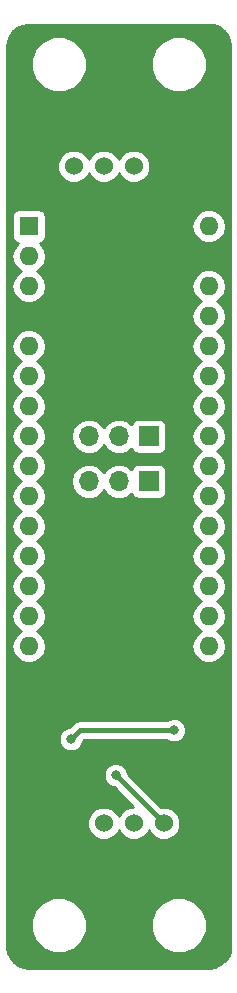
<source format=gbr>
G04 #@! TF.GenerationSoftware,KiCad,Pcbnew,(5.0.2)-1*
G04 #@! TF.CreationDate,2019-04-17T18:19:44-05:00*
G04 #@! TF.ProjectId,ArduinoNanoInterface_Hardware,41726475-696e-46f4-9e61-6e6f496e7465,rev?*
G04 #@! TF.SameCoordinates,Original*
G04 #@! TF.FileFunction,Copper,L2,Bot*
G04 #@! TF.FilePolarity,Positive*
%FSLAX46Y46*%
G04 Gerber Fmt 4.6, Leading zero omitted, Abs format (unit mm)*
G04 Created by KiCad (PCBNEW (5.0.2)-1) date 4/17/2019 6:19:44 PM*
%MOMM*%
%LPD*%
G01*
G04 APERTURE LIST*
G04 #@! TA.AperFunction,ComponentPad*
%ADD10O,1.700000X1.700000*%
G04 #@! TD*
G04 #@! TA.AperFunction,ComponentPad*
%ADD11R,1.700000X1.700000*%
G04 #@! TD*
G04 #@! TA.AperFunction,ComponentPad*
%ADD12R,1.600000X1.600000*%
G04 #@! TD*
G04 #@! TA.AperFunction,ComponentPad*
%ADD13O,1.600000X1.600000*%
G04 #@! TD*
G04 #@! TA.AperFunction,ComponentPad*
%ADD14C,1.524000*%
G04 #@! TD*
G04 #@! TA.AperFunction,ViaPad*
%ADD15C,0.800000*%
G04 #@! TD*
G04 #@! TA.AperFunction,Conductor*
%ADD16C,0.381000*%
G04 #@! TD*
G04 #@! TA.AperFunction,Conductor*
%ADD17C,0.254000*%
G04 #@! TD*
G04 APERTURE END LIST*
D10*
G04 #@! TO.P,JP1,3*
G04 #@! TO.N,SW_Rx*
X91440000Y-93980000D03*
G04 #@! TO.P,JP1,2*
G04 #@! TO.N,NanoRx*
X93980000Y-93980000D03*
D11*
G04 #@! TO.P,JP1,1*
G04 #@! TO.N,HW_Rx*
X96520000Y-93980000D03*
G04 #@! TD*
D10*
G04 #@! TO.P,JP2,3*
G04 #@! TO.N,SW_Tx*
X91440000Y-97790000D03*
G04 #@! TO.P,JP2,2*
G04 #@! TO.N,NanoTx*
X93980000Y-97790000D03*
D11*
G04 #@! TO.P,JP2,1*
G04 #@! TO.N,HW_Tx*
X96520000Y-97790000D03*
G04 #@! TD*
D12*
G04 #@! TO.P,A1,1*
G04 #@! TO.N,HW_Tx*
X86360000Y-76200000D03*
D13*
G04 #@! TO.P,A1,17*
G04 #@! TO.N,+3V3*
X101600000Y-109220000D03*
G04 #@! TO.P,A1,2*
G04 #@! TO.N,HW_Rx*
X86360000Y-78740000D03*
G04 #@! TO.P,A1,18*
G04 #@! TO.N,Net-(A1-Pad18)*
X101600000Y-106680000D03*
G04 #@! TO.P,A1,3*
G04 #@! TO.N,Net-(A1-Pad3)*
X86360000Y-81280000D03*
G04 #@! TO.P,A1,19*
G04 #@! TO.N,Net-(A1-Pad19)*
X101600000Y-104140000D03*
G04 #@! TO.P,A1,4*
G04 #@! TO.N,GND*
X86360000Y-83820000D03*
G04 #@! TO.P,A1,20*
G04 #@! TO.N,Net-(A1-Pad20)*
X101600000Y-101600000D03*
G04 #@! TO.P,A1,5*
G04 #@! TO.N,SW_Rx*
X86360000Y-86360000D03*
G04 #@! TO.P,A1,21*
G04 #@! TO.N,Net-(A1-Pad21)*
X101600000Y-99060000D03*
G04 #@! TO.P,A1,6*
G04 #@! TO.N,SW_Tx*
X86360000Y-88900000D03*
G04 #@! TO.P,A1,22*
G04 #@! TO.N,Net-(A1-Pad22)*
X101600000Y-96520000D03*
G04 #@! TO.P,A1,7*
G04 #@! TO.N,Net-(A1-Pad7)*
X86360000Y-91440000D03*
G04 #@! TO.P,A1,23*
G04 #@! TO.N,SDA*
X101600000Y-93980000D03*
G04 #@! TO.P,A1,8*
G04 #@! TO.N,Net-(A1-Pad8)*
X86360000Y-93980000D03*
G04 #@! TO.P,A1,24*
G04 #@! TO.N,SCL*
X101600000Y-91440000D03*
G04 #@! TO.P,A1,9*
G04 #@! TO.N,Net-(A1-Pad9)*
X86360000Y-96520000D03*
G04 #@! TO.P,A1,25*
G04 #@! TO.N,Net-(A1-Pad25)*
X101600000Y-88900000D03*
G04 #@! TO.P,A1,10*
G04 #@! TO.N,Net-(A1-Pad10)*
X86360000Y-99060000D03*
G04 #@! TO.P,A1,26*
G04 #@! TO.N,Net-(A1-Pad26)*
X101600000Y-86360000D03*
G04 #@! TO.P,A1,11*
G04 #@! TO.N,Net-(A1-Pad11)*
X86360000Y-101600000D03*
G04 #@! TO.P,A1,27*
G04 #@! TO.N,Net-(A1-Pad27)*
X101600000Y-83820000D03*
G04 #@! TO.P,A1,12*
G04 #@! TO.N,Net-(A1-Pad12)*
X86360000Y-104140000D03*
G04 #@! TO.P,A1,28*
G04 #@! TO.N,Net-(A1-Pad28)*
X101600000Y-81280000D03*
G04 #@! TO.P,A1,13*
G04 #@! TO.N,Net-(A1-Pad13)*
X86360000Y-106680000D03*
G04 #@! TO.P,A1,29*
G04 #@! TO.N,GND*
X101600000Y-78740000D03*
G04 #@! TO.P,A1,14*
G04 #@! TO.N,Net-(A1-Pad14)*
X86360000Y-109220000D03*
G04 #@! TO.P,A1,30*
G04 #@! TO.N,+5V*
X101600000Y-76200000D03*
G04 #@! TO.P,A1,15*
G04 #@! TO.N,Net-(A1-Pad15)*
X86360000Y-111760000D03*
G04 #@! TO.P,A1,16*
G04 #@! TO.N,Net-(A1-Pad16)*
X101600000Y-111760000D03*
G04 #@! TD*
D14*
G04 #@! TO.P,Conn1,4*
G04 #@! TO.N,GND*
X97790000Y-71120000D03*
G04 #@! TO.P,Conn1,3*
G04 #@! TO.N,SDA*
X95250000Y-71120000D03*
G04 #@! TO.P,Conn1,2*
G04 #@! TO.N,SCL*
X92710000Y-71120000D03*
G04 #@! TO.P,Conn1,1*
G04 #@! TO.N,+5V*
X90170000Y-71120000D03*
G04 #@! TD*
G04 #@! TO.P,Conn2,1*
G04 #@! TO.N,+5V*
X97790000Y-126746000D03*
G04 #@! TO.P,Conn2,2*
G04 #@! TO.N,Tx*
X95250000Y-126746000D03*
G04 #@! TO.P,Conn2,3*
G04 #@! TO.N,Rx*
X92710000Y-126746000D03*
G04 #@! TO.P,Conn2,4*
G04 #@! TO.N,GND*
X90170000Y-126746000D03*
G04 #@! TD*
D15*
G04 #@! TO.N,+3V3*
X98665000Y-118872000D03*
X89916000Y-119634000D03*
G04 #@! TO.N,GND*
X85090000Y-62230000D03*
X102870000Y-136144000D03*
X85090000Y-136144000D03*
G04 #@! TO.N,+5V*
X93726000Y-122682000D03*
G04 #@! TD*
D16*
G04 #@! TO.N,+3V3*
X98665000Y-118872000D02*
X90678000Y-118872000D01*
X90678000Y-118872000D02*
X89916000Y-119634000D01*
G04 #@! TO.N,+5V*
X97790000Y-126746000D02*
X93726000Y-122682000D01*
G04 #@! TD*
D17*
G04 #@! TO.N,GND*
G36*
X102053698Y-59192958D02*
X102478893Y-59361305D01*
X102848858Y-59630101D01*
X103140356Y-59982462D01*
X103335067Y-60396244D01*
X103427093Y-60878662D01*
X103430001Y-60971195D01*
X103430000Y-137115333D01*
X103367042Y-137613699D01*
X103198697Y-138038889D01*
X102929899Y-138408859D01*
X102577541Y-138700355D01*
X102163756Y-138895067D01*
X101681339Y-138987093D01*
X101588836Y-138990000D01*
X86404667Y-138990000D01*
X85906301Y-138927042D01*
X85481111Y-138758697D01*
X85111141Y-138489899D01*
X84819645Y-138137541D01*
X84624933Y-137723756D01*
X84532907Y-137241339D01*
X84530000Y-137148836D01*
X84530000Y-134912567D01*
X86540000Y-134912567D01*
X86540000Y-135851433D01*
X86899289Y-136718833D01*
X87563167Y-137382711D01*
X88430567Y-137742000D01*
X89369433Y-137742000D01*
X90236833Y-137382711D01*
X90900711Y-136718833D01*
X91260000Y-135851433D01*
X91260000Y-134912567D01*
X96700000Y-134912567D01*
X96700000Y-135851433D01*
X97059289Y-136718833D01*
X97723167Y-137382711D01*
X98590567Y-137742000D01*
X99529433Y-137742000D01*
X100396833Y-137382711D01*
X101060711Y-136718833D01*
X101420000Y-135851433D01*
X101420000Y-134912567D01*
X101060711Y-134045167D01*
X100396833Y-133381289D01*
X99529433Y-133022000D01*
X98590567Y-133022000D01*
X97723167Y-133381289D01*
X97059289Y-134045167D01*
X96700000Y-134912567D01*
X91260000Y-134912567D01*
X90900711Y-134045167D01*
X90236833Y-133381289D01*
X89369433Y-133022000D01*
X88430567Y-133022000D01*
X87563167Y-133381289D01*
X86899289Y-134045167D01*
X86540000Y-134912567D01*
X84530000Y-134912567D01*
X84530000Y-126468119D01*
X91313000Y-126468119D01*
X91313000Y-127023881D01*
X91525680Y-127537337D01*
X91918663Y-127930320D01*
X92432119Y-128143000D01*
X92987881Y-128143000D01*
X93501337Y-127930320D01*
X93894320Y-127537337D01*
X93980000Y-127330487D01*
X94065680Y-127537337D01*
X94458663Y-127930320D01*
X94972119Y-128143000D01*
X95527881Y-128143000D01*
X96041337Y-127930320D01*
X96434320Y-127537337D01*
X96520000Y-127330487D01*
X96605680Y-127537337D01*
X96998663Y-127930320D01*
X97512119Y-128143000D01*
X98067881Y-128143000D01*
X98581337Y-127930320D01*
X98974320Y-127537337D01*
X99187000Y-127023881D01*
X99187000Y-126468119D01*
X98974320Y-125954663D01*
X98581337Y-125561680D01*
X98067881Y-125349000D01*
X97560433Y-125349000D01*
X94761000Y-122549568D01*
X94761000Y-122476126D01*
X94603431Y-122095720D01*
X94312280Y-121804569D01*
X93931874Y-121647000D01*
X93520126Y-121647000D01*
X93139720Y-121804569D01*
X92848569Y-122095720D01*
X92691000Y-122476126D01*
X92691000Y-122887874D01*
X92848569Y-123268280D01*
X93139720Y-123559431D01*
X93520126Y-123717000D01*
X93593568Y-123717000D01*
X95225567Y-125349000D01*
X94972119Y-125349000D01*
X94458663Y-125561680D01*
X94065680Y-125954663D01*
X93980000Y-126161513D01*
X93894320Y-125954663D01*
X93501337Y-125561680D01*
X92987881Y-125349000D01*
X92432119Y-125349000D01*
X91918663Y-125561680D01*
X91525680Y-125954663D01*
X91313000Y-126468119D01*
X84530000Y-126468119D01*
X84530000Y-119428126D01*
X88881000Y-119428126D01*
X88881000Y-119839874D01*
X89038569Y-120220280D01*
X89329720Y-120511431D01*
X89710126Y-120669000D01*
X90121874Y-120669000D01*
X90502280Y-120511431D01*
X90793431Y-120220280D01*
X90951000Y-119839874D01*
X90951000Y-119766433D01*
X91019933Y-119697500D01*
X98026789Y-119697500D01*
X98078720Y-119749431D01*
X98459126Y-119907000D01*
X98870874Y-119907000D01*
X99251280Y-119749431D01*
X99542431Y-119458280D01*
X99700000Y-119077874D01*
X99700000Y-118666126D01*
X99542431Y-118285720D01*
X99251280Y-117994569D01*
X98870874Y-117837000D01*
X98459126Y-117837000D01*
X98078720Y-117994569D01*
X98026789Y-118046500D01*
X90759303Y-118046500D01*
X90678000Y-118030328D01*
X90355905Y-118094396D01*
X90219689Y-118185414D01*
X90082848Y-118276848D01*
X90036793Y-118345774D01*
X89783567Y-118599000D01*
X89710126Y-118599000D01*
X89329720Y-118756569D01*
X89038569Y-119047720D01*
X88881000Y-119428126D01*
X84530000Y-119428126D01*
X84530000Y-86360000D01*
X84896887Y-86360000D01*
X85008260Y-86919909D01*
X85325423Y-87394577D01*
X85677758Y-87630000D01*
X85325423Y-87865423D01*
X85008260Y-88340091D01*
X84896887Y-88900000D01*
X85008260Y-89459909D01*
X85325423Y-89934577D01*
X85677758Y-90170000D01*
X85325423Y-90405423D01*
X85008260Y-90880091D01*
X84896887Y-91440000D01*
X85008260Y-91999909D01*
X85325423Y-92474577D01*
X85677758Y-92710000D01*
X85325423Y-92945423D01*
X85008260Y-93420091D01*
X84896887Y-93980000D01*
X85008260Y-94539909D01*
X85325423Y-95014577D01*
X85677758Y-95250000D01*
X85325423Y-95485423D01*
X85008260Y-95960091D01*
X84896887Y-96520000D01*
X85008260Y-97079909D01*
X85325423Y-97554577D01*
X85677758Y-97790000D01*
X85325423Y-98025423D01*
X85008260Y-98500091D01*
X84896887Y-99060000D01*
X85008260Y-99619909D01*
X85325423Y-100094577D01*
X85677758Y-100330000D01*
X85325423Y-100565423D01*
X85008260Y-101040091D01*
X84896887Y-101600000D01*
X85008260Y-102159909D01*
X85325423Y-102634577D01*
X85677758Y-102870000D01*
X85325423Y-103105423D01*
X85008260Y-103580091D01*
X84896887Y-104140000D01*
X85008260Y-104699909D01*
X85325423Y-105174577D01*
X85677758Y-105410000D01*
X85325423Y-105645423D01*
X85008260Y-106120091D01*
X84896887Y-106680000D01*
X85008260Y-107239909D01*
X85325423Y-107714577D01*
X85677758Y-107950000D01*
X85325423Y-108185423D01*
X85008260Y-108660091D01*
X84896887Y-109220000D01*
X85008260Y-109779909D01*
X85325423Y-110254577D01*
X85677758Y-110490000D01*
X85325423Y-110725423D01*
X85008260Y-111200091D01*
X84896887Y-111760000D01*
X85008260Y-112319909D01*
X85325423Y-112794577D01*
X85800091Y-113111740D01*
X86218667Y-113195000D01*
X86501333Y-113195000D01*
X86919909Y-113111740D01*
X87394577Y-112794577D01*
X87711740Y-112319909D01*
X87823113Y-111760000D01*
X87711740Y-111200091D01*
X87394577Y-110725423D01*
X87042242Y-110490000D01*
X87394577Y-110254577D01*
X87711740Y-109779909D01*
X87823113Y-109220000D01*
X87711740Y-108660091D01*
X87394577Y-108185423D01*
X87042242Y-107950000D01*
X87394577Y-107714577D01*
X87711740Y-107239909D01*
X87823113Y-106680000D01*
X87711740Y-106120091D01*
X87394577Y-105645423D01*
X87042242Y-105410000D01*
X87394577Y-105174577D01*
X87711740Y-104699909D01*
X87823113Y-104140000D01*
X87711740Y-103580091D01*
X87394577Y-103105423D01*
X87042242Y-102870000D01*
X87394577Y-102634577D01*
X87711740Y-102159909D01*
X87823113Y-101600000D01*
X87711740Y-101040091D01*
X87394577Y-100565423D01*
X87042242Y-100330000D01*
X87394577Y-100094577D01*
X87711740Y-99619909D01*
X87823113Y-99060000D01*
X87711740Y-98500091D01*
X87394577Y-98025423D01*
X87042242Y-97790000D01*
X89925908Y-97790000D01*
X90041161Y-98369418D01*
X90369375Y-98860625D01*
X90860582Y-99188839D01*
X91293744Y-99275000D01*
X91586256Y-99275000D01*
X92019418Y-99188839D01*
X92510625Y-98860625D01*
X92710000Y-98562239D01*
X92909375Y-98860625D01*
X93400582Y-99188839D01*
X93833744Y-99275000D01*
X94126256Y-99275000D01*
X94559418Y-99188839D01*
X95050625Y-98860625D01*
X95062816Y-98842381D01*
X95071843Y-98887765D01*
X95212191Y-99097809D01*
X95422235Y-99238157D01*
X95670000Y-99287440D01*
X97370000Y-99287440D01*
X97617765Y-99238157D01*
X97827809Y-99097809D01*
X97968157Y-98887765D01*
X98017440Y-98640000D01*
X98017440Y-96940000D01*
X97968157Y-96692235D01*
X97827809Y-96482191D01*
X97617765Y-96341843D01*
X97370000Y-96292560D01*
X95670000Y-96292560D01*
X95422235Y-96341843D01*
X95212191Y-96482191D01*
X95071843Y-96692235D01*
X95062816Y-96737619D01*
X95050625Y-96719375D01*
X94559418Y-96391161D01*
X94126256Y-96305000D01*
X93833744Y-96305000D01*
X93400582Y-96391161D01*
X92909375Y-96719375D01*
X92710000Y-97017761D01*
X92510625Y-96719375D01*
X92019418Y-96391161D01*
X91586256Y-96305000D01*
X91293744Y-96305000D01*
X90860582Y-96391161D01*
X90369375Y-96719375D01*
X90041161Y-97210582D01*
X89925908Y-97790000D01*
X87042242Y-97790000D01*
X87394577Y-97554577D01*
X87711740Y-97079909D01*
X87823113Y-96520000D01*
X87711740Y-95960091D01*
X87394577Y-95485423D01*
X87042242Y-95250000D01*
X87394577Y-95014577D01*
X87711740Y-94539909D01*
X87823113Y-93980000D01*
X89925908Y-93980000D01*
X90041161Y-94559418D01*
X90369375Y-95050625D01*
X90860582Y-95378839D01*
X91293744Y-95465000D01*
X91586256Y-95465000D01*
X92019418Y-95378839D01*
X92510625Y-95050625D01*
X92710000Y-94752239D01*
X92909375Y-95050625D01*
X93400582Y-95378839D01*
X93833744Y-95465000D01*
X94126256Y-95465000D01*
X94559418Y-95378839D01*
X95050625Y-95050625D01*
X95062816Y-95032381D01*
X95071843Y-95077765D01*
X95212191Y-95287809D01*
X95422235Y-95428157D01*
X95670000Y-95477440D01*
X97370000Y-95477440D01*
X97617765Y-95428157D01*
X97827809Y-95287809D01*
X97968157Y-95077765D01*
X98017440Y-94830000D01*
X98017440Y-93130000D01*
X97968157Y-92882235D01*
X97827809Y-92672191D01*
X97617765Y-92531843D01*
X97370000Y-92482560D01*
X95670000Y-92482560D01*
X95422235Y-92531843D01*
X95212191Y-92672191D01*
X95071843Y-92882235D01*
X95062816Y-92927619D01*
X95050625Y-92909375D01*
X94559418Y-92581161D01*
X94126256Y-92495000D01*
X93833744Y-92495000D01*
X93400582Y-92581161D01*
X92909375Y-92909375D01*
X92710000Y-93207761D01*
X92510625Y-92909375D01*
X92019418Y-92581161D01*
X91586256Y-92495000D01*
X91293744Y-92495000D01*
X90860582Y-92581161D01*
X90369375Y-92909375D01*
X90041161Y-93400582D01*
X89925908Y-93980000D01*
X87823113Y-93980000D01*
X87711740Y-93420091D01*
X87394577Y-92945423D01*
X87042242Y-92710000D01*
X87394577Y-92474577D01*
X87711740Y-91999909D01*
X87823113Y-91440000D01*
X87711740Y-90880091D01*
X87394577Y-90405423D01*
X87042242Y-90170000D01*
X87394577Y-89934577D01*
X87711740Y-89459909D01*
X87823113Y-88900000D01*
X87711740Y-88340091D01*
X87394577Y-87865423D01*
X87042242Y-87630000D01*
X87394577Y-87394577D01*
X87711740Y-86919909D01*
X87823113Y-86360000D01*
X87711740Y-85800091D01*
X87394577Y-85325423D01*
X86919909Y-85008260D01*
X86501333Y-84925000D01*
X86218667Y-84925000D01*
X85800091Y-85008260D01*
X85325423Y-85325423D01*
X85008260Y-85800091D01*
X84896887Y-86360000D01*
X84530000Y-86360000D01*
X84530000Y-78740000D01*
X84896887Y-78740000D01*
X85008260Y-79299909D01*
X85325423Y-79774577D01*
X85677758Y-80010000D01*
X85325423Y-80245423D01*
X85008260Y-80720091D01*
X84896887Y-81280000D01*
X85008260Y-81839909D01*
X85325423Y-82314577D01*
X85800091Y-82631740D01*
X86218667Y-82715000D01*
X86501333Y-82715000D01*
X86919909Y-82631740D01*
X87394577Y-82314577D01*
X87711740Y-81839909D01*
X87823113Y-81280000D01*
X100136887Y-81280000D01*
X100248260Y-81839909D01*
X100565423Y-82314577D01*
X100917758Y-82550000D01*
X100565423Y-82785423D01*
X100248260Y-83260091D01*
X100136887Y-83820000D01*
X100248260Y-84379909D01*
X100565423Y-84854577D01*
X100917758Y-85090000D01*
X100565423Y-85325423D01*
X100248260Y-85800091D01*
X100136887Y-86360000D01*
X100248260Y-86919909D01*
X100565423Y-87394577D01*
X100917758Y-87630000D01*
X100565423Y-87865423D01*
X100248260Y-88340091D01*
X100136887Y-88900000D01*
X100248260Y-89459909D01*
X100565423Y-89934577D01*
X100917758Y-90170000D01*
X100565423Y-90405423D01*
X100248260Y-90880091D01*
X100136887Y-91440000D01*
X100248260Y-91999909D01*
X100565423Y-92474577D01*
X100917758Y-92710000D01*
X100565423Y-92945423D01*
X100248260Y-93420091D01*
X100136887Y-93980000D01*
X100248260Y-94539909D01*
X100565423Y-95014577D01*
X100917758Y-95250000D01*
X100565423Y-95485423D01*
X100248260Y-95960091D01*
X100136887Y-96520000D01*
X100248260Y-97079909D01*
X100565423Y-97554577D01*
X100917758Y-97790000D01*
X100565423Y-98025423D01*
X100248260Y-98500091D01*
X100136887Y-99060000D01*
X100248260Y-99619909D01*
X100565423Y-100094577D01*
X100917758Y-100330000D01*
X100565423Y-100565423D01*
X100248260Y-101040091D01*
X100136887Y-101600000D01*
X100248260Y-102159909D01*
X100565423Y-102634577D01*
X100917758Y-102870000D01*
X100565423Y-103105423D01*
X100248260Y-103580091D01*
X100136887Y-104140000D01*
X100248260Y-104699909D01*
X100565423Y-105174577D01*
X100917758Y-105410000D01*
X100565423Y-105645423D01*
X100248260Y-106120091D01*
X100136887Y-106680000D01*
X100248260Y-107239909D01*
X100565423Y-107714577D01*
X100917758Y-107950000D01*
X100565423Y-108185423D01*
X100248260Y-108660091D01*
X100136887Y-109220000D01*
X100248260Y-109779909D01*
X100565423Y-110254577D01*
X100917758Y-110490000D01*
X100565423Y-110725423D01*
X100248260Y-111200091D01*
X100136887Y-111760000D01*
X100248260Y-112319909D01*
X100565423Y-112794577D01*
X101040091Y-113111740D01*
X101458667Y-113195000D01*
X101741333Y-113195000D01*
X102159909Y-113111740D01*
X102634577Y-112794577D01*
X102951740Y-112319909D01*
X103063113Y-111760000D01*
X102951740Y-111200091D01*
X102634577Y-110725423D01*
X102282242Y-110490000D01*
X102634577Y-110254577D01*
X102951740Y-109779909D01*
X103063113Y-109220000D01*
X102951740Y-108660091D01*
X102634577Y-108185423D01*
X102282242Y-107950000D01*
X102634577Y-107714577D01*
X102951740Y-107239909D01*
X103063113Y-106680000D01*
X102951740Y-106120091D01*
X102634577Y-105645423D01*
X102282242Y-105410000D01*
X102634577Y-105174577D01*
X102951740Y-104699909D01*
X103063113Y-104140000D01*
X102951740Y-103580091D01*
X102634577Y-103105423D01*
X102282242Y-102870000D01*
X102634577Y-102634577D01*
X102951740Y-102159909D01*
X103063113Y-101600000D01*
X102951740Y-101040091D01*
X102634577Y-100565423D01*
X102282242Y-100330000D01*
X102634577Y-100094577D01*
X102951740Y-99619909D01*
X103063113Y-99060000D01*
X102951740Y-98500091D01*
X102634577Y-98025423D01*
X102282242Y-97790000D01*
X102634577Y-97554577D01*
X102951740Y-97079909D01*
X103063113Y-96520000D01*
X102951740Y-95960091D01*
X102634577Y-95485423D01*
X102282242Y-95250000D01*
X102634577Y-95014577D01*
X102951740Y-94539909D01*
X103063113Y-93980000D01*
X102951740Y-93420091D01*
X102634577Y-92945423D01*
X102282242Y-92710000D01*
X102634577Y-92474577D01*
X102951740Y-91999909D01*
X103063113Y-91440000D01*
X102951740Y-90880091D01*
X102634577Y-90405423D01*
X102282242Y-90170000D01*
X102634577Y-89934577D01*
X102951740Y-89459909D01*
X103063113Y-88900000D01*
X102951740Y-88340091D01*
X102634577Y-87865423D01*
X102282242Y-87630000D01*
X102634577Y-87394577D01*
X102951740Y-86919909D01*
X103063113Y-86360000D01*
X102951740Y-85800091D01*
X102634577Y-85325423D01*
X102282242Y-85090000D01*
X102634577Y-84854577D01*
X102951740Y-84379909D01*
X103063113Y-83820000D01*
X102951740Y-83260091D01*
X102634577Y-82785423D01*
X102282242Y-82550000D01*
X102634577Y-82314577D01*
X102951740Y-81839909D01*
X103063113Y-81280000D01*
X102951740Y-80720091D01*
X102634577Y-80245423D01*
X102159909Y-79928260D01*
X101741333Y-79845000D01*
X101458667Y-79845000D01*
X101040091Y-79928260D01*
X100565423Y-80245423D01*
X100248260Y-80720091D01*
X100136887Y-81280000D01*
X87823113Y-81280000D01*
X87711740Y-80720091D01*
X87394577Y-80245423D01*
X87042242Y-80010000D01*
X87394577Y-79774577D01*
X87711740Y-79299909D01*
X87823113Y-78740000D01*
X87711740Y-78180091D01*
X87394577Y-77705423D01*
X87273894Y-77624785D01*
X87407765Y-77598157D01*
X87617809Y-77457809D01*
X87758157Y-77247765D01*
X87807440Y-77000000D01*
X87807440Y-76200000D01*
X100136887Y-76200000D01*
X100248260Y-76759909D01*
X100565423Y-77234577D01*
X101040091Y-77551740D01*
X101458667Y-77635000D01*
X101741333Y-77635000D01*
X102159909Y-77551740D01*
X102634577Y-77234577D01*
X102951740Y-76759909D01*
X103063113Y-76200000D01*
X102951740Y-75640091D01*
X102634577Y-75165423D01*
X102159909Y-74848260D01*
X101741333Y-74765000D01*
X101458667Y-74765000D01*
X101040091Y-74848260D01*
X100565423Y-75165423D01*
X100248260Y-75640091D01*
X100136887Y-76200000D01*
X87807440Y-76200000D01*
X87807440Y-75400000D01*
X87758157Y-75152235D01*
X87617809Y-74942191D01*
X87407765Y-74801843D01*
X87160000Y-74752560D01*
X85560000Y-74752560D01*
X85312235Y-74801843D01*
X85102191Y-74942191D01*
X84961843Y-75152235D01*
X84912560Y-75400000D01*
X84912560Y-77000000D01*
X84961843Y-77247765D01*
X85102191Y-77457809D01*
X85312235Y-77598157D01*
X85446106Y-77624785D01*
X85325423Y-77705423D01*
X85008260Y-78180091D01*
X84896887Y-78740000D01*
X84530000Y-78740000D01*
X84530000Y-70842119D01*
X88773000Y-70842119D01*
X88773000Y-71397881D01*
X88985680Y-71911337D01*
X89378663Y-72304320D01*
X89892119Y-72517000D01*
X90447881Y-72517000D01*
X90961337Y-72304320D01*
X91354320Y-71911337D01*
X91440000Y-71704487D01*
X91525680Y-71911337D01*
X91918663Y-72304320D01*
X92432119Y-72517000D01*
X92987881Y-72517000D01*
X93501337Y-72304320D01*
X93894320Y-71911337D01*
X93980000Y-71704487D01*
X94065680Y-71911337D01*
X94458663Y-72304320D01*
X94972119Y-72517000D01*
X95527881Y-72517000D01*
X96041337Y-72304320D01*
X96434320Y-71911337D01*
X96647000Y-71397881D01*
X96647000Y-70842119D01*
X96434320Y-70328663D01*
X96041337Y-69935680D01*
X95527881Y-69723000D01*
X94972119Y-69723000D01*
X94458663Y-69935680D01*
X94065680Y-70328663D01*
X93980000Y-70535513D01*
X93894320Y-70328663D01*
X93501337Y-69935680D01*
X92987881Y-69723000D01*
X92432119Y-69723000D01*
X91918663Y-69935680D01*
X91525680Y-70328663D01*
X91440000Y-70535513D01*
X91354320Y-70328663D01*
X90961337Y-69935680D01*
X90447881Y-69723000D01*
X89892119Y-69723000D01*
X89378663Y-69935680D01*
X88985680Y-70328663D01*
X88773000Y-70842119D01*
X84530000Y-70842119D01*
X84530000Y-62014567D01*
X86540000Y-62014567D01*
X86540000Y-62953433D01*
X86899289Y-63820833D01*
X87563167Y-64484711D01*
X88430567Y-64844000D01*
X89369433Y-64844000D01*
X90236833Y-64484711D01*
X90900711Y-63820833D01*
X91260000Y-62953433D01*
X91260000Y-62014567D01*
X96700000Y-62014567D01*
X96700000Y-62953433D01*
X97059289Y-63820833D01*
X97723167Y-64484711D01*
X98590567Y-64844000D01*
X99529433Y-64844000D01*
X100396833Y-64484711D01*
X101060711Y-63820833D01*
X101420000Y-62953433D01*
X101420000Y-62014567D01*
X101060711Y-61147167D01*
X100396833Y-60483289D01*
X99529433Y-60124000D01*
X98590567Y-60124000D01*
X97723167Y-60483289D01*
X97059289Y-61147167D01*
X96700000Y-62014567D01*
X91260000Y-62014567D01*
X90900711Y-61147167D01*
X90236833Y-60483289D01*
X89369433Y-60124000D01*
X88430567Y-60124000D01*
X87563167Y-60483289D01*
X86899289Y-61147167D01*
X86540000Y-62014567D01*
X84530000Y-62014567D01*
X84530000Y-61004666D01*
X84592958Y-60506302D01*
X84761305Y-60081107D01*
X85030101Y-59711142D01*
X85382462Y-59419644D01*
X85796244Y-59224933D01*
X86278662Y-59132907D01*
X86371164Y-59130000D01*
X101555334Y-59130000D01*
X102053698Y-59192958D01*
X102053698Y-59192958D01*
G37*
X102053698Y-59192958D02*
X102478893Y-59361305D01*
X102848858Y-59630101D01*
X103140356Y-59982462D01*
X103335067Y-60396244D01*
X103427093Y-60878662D01*
X103430001Y-60971195D01*
X103430000Y-137115333D01*
X103367042Y-137613699D01*
X103198697Y-138038889D01*
X102929899Y-138408859D01*
X102577541Y-138700355D01*
X102163756Y-138895067D01*
X101681339Y-138987093D01*
X101588836Y-138990000D01*
X86404667Y-138990000D01*
X85906301Y-138927042D01*
X85481111Y-138758697D01*
X85111141Y-138489899D01*
X84819645Y-138137541D01*
X84624933Y-137723756D01*
X84532907Y-137241339D01*
X84530000Y-137148836D01*
X84530000Y-134912567D01*
X86540000Y-134912567D01*
X86540000Y-135851433D01*
X86899289Y-136718833D01*
X87563167Y-137382711D01*
X88430567Y-137742000D01*
X89369433Y-137742000D01*
X90236833Y-137382711D01*
X90900711Y-136718833D01*
X91260000Y-135851433D01*
X91260000Y-134912567D01*
X96700000Y-134912567D01*
X96700000Y-135851433D01*
X97059289Y-136718833D01*
X97723167Y-137382711D01*
X98590567Y-137742000D01*
X99529433Y-137742000D01*
X100396833Y-137382711D01*
X101060711Y-136718833D01*
X101420000Y-135851433D01*
X101420000Y-134912567D01*
X101060711Y-134045167D01*
X100396833Y-133381289D01*
X99529433Y-133022000D01*
X98590567Y-133022000D01*
X97723167Y-133381289D01*
X97059289Y-134045167D01*
X96700000Y-134912567D01*
X91260000Y-134912567D01*
X90900711Y-134045167D01*
X90236833Y-133381289D01*
X89369433Y-133022000D01*
X88430567Y-133022000D01*
X87563167Y-133381289D01*
X86899289Y-134045167D01*
X86540000Y-134912567D01*
X84530000Y-134912567D01*
X84530000Y-126468119D01*
X91313000Y-126468119D01*
X91313000Y-127023881D01*
X91525680Y-127537337D01*
X91918663Y-127930320D01*
X92432119Y-128143000D01*
X92987881Y-128143000D01*
X93501337Y-127930320D01*
X93894320Y-127537337D01*
X93980000Y-127330487D01*
X94065680Y-127537337D01*
X94458663Y-127930320D01*
X94972119Y-128143000D01*
X95527881Y-128143000D01*
X96041337Y-127930320D01*
X96434320Y-127537337D01*
X96520000Y-127330487D01*
X96605680Y-127537337D01*
X96998663Y-127930320D01*
X97512119Y-128143000D01*
X98067881Y-128143000D01*
X98581337Y-127930320D01*
X98974320Y-127537337D01*
X99187000Y-127023881D01*
X99187000Y-126468119D01*
X98974320Y-125954663D01*
X98581337Y-125561680D01*
X98067881Y-125349000D01*
X97560433Y-125349000D01*
X94761000Y-122549568D01*
X94761000Y-122476126D01*
X94603431Y-122095720D01*
X94312280Y-121804569D01*
X93931874Y-121647000D01*
X93520126Y-121647000D01*
X93139720Y-121804569D01*
X92848569Y-122095720D01*
X92691000Y-122476126D01*
X92691000Y-122887874D01*
X92848569Y-123268280D01*
X93139720Y-123559431D01*
X93520126Y-123717000D01*
X93593568Y-123717000D01*
X95225567Y-125349000D01*
X94972119Y-125349000D01*
X94458663Y-125561680D01*
X94065680Y-125954663D01*
X93980000Y-126161513D01*
X93894320Y-125954663D01*
X93501337Y-125561680D01*
X92987881Y-125349000D01*
X92432119Y-125349000D01*
X91918663Y-125561680D01*
X91525680Y-125954663D01*
X91313000Y-126468119D01*
X84530000Y-126468119D01*
X84530000Y-119428126D01*
X88881000Y-119428126D01*
X88881000Y-119839874D01*
X89038569Y-120220280D01*
X89329720Y-120511431D01*
X89710126Y-120669000D01*
X90121874Y-120669000D01*
X90502280Y-120511431D01*
X90793431Y-120220280D01*
X90951000Y-119839874D01*
X90951000Y-119766433D01*
X91019933Y-119697500D01*
X98026789Y-119697500D01*
X98078720Y-119749431D01*
X98459126Y-119907000D01*
X98870874Y-119907000D01*
X99251280Y-119749431D01*
X99542431Y-119458280D01*
X99700000Y-119077874D01*
X99700000Y-118666126D01*
X99542431Y-118285720D01*
X99251280Y-117994569D01*
X98870874Y-117837000D01*
X98459126Y-117837000D01*
X98078720Y-117994569D01*
X98026789Y-118046500D01*
X90759303Y-118046500D01*
X90678000Y-118030328D01*
X90355905Y-118094396D01*
X90219689Y-118185414D01*
X90082848Y-118276848D01*
X90036793Y-118345774D01*
X89783567Y-118599000D01*
X89710126Y-118599000D01*
X89329720Y-118756569D01*
X89038569Y-119047720D01*
X88881000Y-119428126D01*
X84530000Y-119428126D01*
X84530000Y-86360000D01*
X84896887Y-86360000D01*
X85008260Y-86919909D01*
X85325423Y-87394577D01*
X85677758Y-87630000D01*
X85325423Y-87865423D01*
X85008260Y-88340091D01*
X84896887Y-88900000D01*
X85008260Y-89459909D01*
X85325423Y-89934577D01*
X85677758Y-90170000D01*
X85325423Y-90405423D01*
X85008260Y-90880091D01*
X84896887Y-91440000D01*
X85008260Y-91999909D01*
X85325423Y-92474577D01*
X85677758Y-92710000D01*
X85325423Y-92945423D01*
X85008260Y-93420091D01*
X84896887Y-93980000D01*
X85008260Y-94539909D01*
X85325423Y-95014577D01*
X85677758Y-95250000D01*
X85325423Y-95485423D01*
X85008260Y-95960091D01*
X84896887Y-96520000D01*
X85008260Y-97079909D01*
X85325423Y-97554577D01*
X85677758Y-97790000D01*
X85325423Y-98025423D01*
X85008260Y-98500091D01*
X84896887Y-99060000D01*
X85008260Y-99619909D01*
X85325423Y-100094577D01*
X85677758Y-100330000D01*
X85325423Y-100565423D01*
X85008260Y-101040091D01*
X84896887Y-101600000D01*
X85008260Y-102159909D01*
X85325423Y-102634577D01*
X85677758Y-102870000D01*
X85325423Y-103105423D01*
X85008260Y-103580091D01*
X84896887Y-104140000D01*
X85008260Y-104699909D01*
X85325423Y-105174577D01*
X85677758Y-105410000D01*
X85325423Y-105645423D01*
X85008260Y-106120091D01*
X84896887Y-106680000D01*
X85008260Y-107239909D01*
X85325423Y-107714577D01*
X85677758Y-107950000D01*
X85325423Y-108185423D01*
X85008260Y-108660091D01*
X84896887Y-109220000D01*
X85008260Y-109779909D01*
X85325423Y-110254577D01*
X85677758Y-110490000D01*
X85325423Y-110725423D01*
X85008260Y-111200091D01*
X84896887Y-111760000D01*
X85008260Y-112319909D01*
X85325423Y-112794577D01*
X85800091Y-113111740D01*
X86218667Y-113195000D01*
X86501333Y-113195000D01*
X86919909Y-113111740D01*
X87394577Y-112794577D01*
X87711740Y-112319909D01*
X87823113Y-111760000D01*
X87711740Y-111200091D01*
X87394577Y-110725423D01*
X87042242Y-110490000D01*
X87394577Y-110254577D01*
X87711740Y-109779909D01*
X87823113Y-109220000D01*
X87711740Y-108660091D01*
X87394577Y-108185423D01*
X87042242Y-107950000D01*
X87394577Y-107714577D01*
X87711740Y-107239909D01*
X87823113Y-106680000D01*
X87711740Y-106120091D01*
X87394577Y-105645423D01*
X87042242Y-105410000D01*
X87394577Y-105174577D01*
X87711740Y-104699909D01*
X87823113Y-104140000D01*
X87711740Y-103580091D01*
X87394577Y-103105423D01*
X87042242Y-102870000D01*
X87394577Y-102634577D01*
X87711740Y-102159909D01*
X87823113Y-101600000D01*
X87711740Y-101040091D01*
X87394577Y-100565423D01*
X87042242Y-100330000D01*
X87394577Y-100094577D01*
X87711740Y-99619909D01*
X87823113Y-99060000D01*
X87711740Y-98500091D01*
X87394577Y-98025423D01*
X87042242Y-97790000D01*
X89925908Y-97790000D01*
X90041161Y-98369418D01*
X90369375Y-98860625D01*
X90860582Y-99188839D01*
X91293744Y-99275000D01*
X91586256Y-99275000D01*
X92019418Y-99188839D01*
X92510625Y-98860625D01*
X92710000Y-98562239D01*
X92909375Y-98860625D01*
X93400582Y-99188839D01*
X93833744Y-99275000D01*
X94126256Y-99275000D01*
X94559418Y-99188839D01*
X95050625Y-98860625D01*
X95062816Y-98842381D01*
X95071843Y-98887765D01*
X95212191Y-99097809D01*
X95422235Y-99238157D01*
X95670000Y-99287440D01*
X97370000Y-99287440D01*
X97617765Y-99238157D01*
X97827809Y-99097809D01*
X97968157Y-98887765D01*
X98017440Y-98640000D01*
X98017440Y-96940000D01*
X97968157Y-96692235D01*
X97827809Y-96482191D01*
X97617765Y-96341843D01*
X97370000Y-96292560D01*
X95670000Y-96292560D01*
X95422235Y-96341843D01*
X95212191Y-96482191D01*
X95071843Y-96692235D01*
X95062816Y-96737619D01*
X95050625Y-96719375D01*
X94559418Y-96391161D01*
X94126256Y-96305000D01*
X93833744Y-96305000D01*
X93400582Y-96391161D01*
X92909375Y-96719375D01*
X92710000Y-97017761D01*
X92510625Y-96719375D01*
X92019418Y-96391161D01*
X91586256Y-96305000D01*
X91293744Y-96305000D01*
X90860582Y-96391161D01*
X90369375Y-96719375D01*
X90041161Y-97210582D01*
X89925908Y-97790000D01*
X87042242Y-97790000D01*
X87394577Y-97554577D01*
X87711740Y-97079909D01*
X87823113Y-96520000D01*
X87711740Y-95960091D01*
X87394577Y-95485423D01*
X87042242Y-95250000D01*
X87394577Y-95014577D01*
X87711740Y-94539909D01*
X87823113Y-93980000D01*
X89925908Y-93980000D01*
X90041161Y-94559418D01*
X90369375Y-95050625D01*
X90860582Y-95378839D01*
X91293744Y-95465000D01*
X91586256Y-95465000D01*
X92019418Y-95378839D01*
X92510625Y-95050625D01*
X92710000Y-94752239D01*
X92909375Y-95050625D01*
X93400582Y-95378839D01*
X93833744Y-95465000D01*
X94126256Y-95465000D01*
X94559418Y-95378839D01*
X95050625Y-95050625D01*
X95062816Y-95032381D01*
X95071843Y-95077765D01*
X95212191Y-95287809D01*
X95422235Y-95428157D01*
X95670000Y-95477440D01*
X97370000Y-95477440D01*
X97617765Y-95428157D01*
X97827809Y-95287809D01*
X97968157Y-95077765D01*
X98017440Y-94830000D01*
X98017440Y-93130000D01*
X97968157Y-92882235D01*
X97827809Y-92672191D01*
X97617765Y-92531843D01*
X97370000Y-92482560D01*
X95670000Y-92482560D01*
X95422235Y-92531843D01*
X95212191Y-92672191D01*
X95071843Y-92882235D01*
X95062816Y-92927619D01*
X95050625Y-92909375D01*
X94559418Y-92581161D01*
X94126256Y-92495000D01*
X93833744Y-92495000D01*
X93400582Y-92581161D01*
X92909375Y-92909375D01*
X92710000Y-93207761D01*
X92510625Y-92909375D01*
X92019418Y-92581161D01*
X91586256Y-92495000D01*
X91293744Y-92495000D01*
X90860582Y-92581161D01*
X90369375Y-92909375D01*
X90041161Y-93400582D01*
X89925908Y-93980000D01*
X87823113Y-93980000D01*
X87711740Y-93420091D01*
X87394577Y-92945423D01*
X87042242Y-92710000D01*
X87394577Y-92474577D01*
X87711740Y-91999909D01*
X87823113Y-91440000D01*
X87711740Y-90880091D01*
X87394577Y-90405423D01*
X87042242Y-90170000D01*
X87394577Y-89934577D01*
X87711740Y-89459909D01*
X87823113Y-88900000D01*
X87711740Y-88340091D01*
X87394577Y-87865423D01*
X87042242Y-87630000D01*
X87394577Y-87394577D01*
X87711740Y-86919909D01*
X87823113Y-86360000D01*
X87711740Y-85800091D01*
X87394577Y-85325423D01*
X86919909Y-85008260D01*
X86501333Y-84925000D01*
X86218667Y-84925000D01*
X85800091Y-85008260D01*
X85325423Y-85325423D01*
X85008260Y-85800091D01*
X84896887Y-86360000D01*
X84530000Y-86360000D01*
X84530000Y-78740000D01*
X84896887Y-78740000D01*
X85008260Y-79299909D01*
X85325423Y-79774577D01*
X85677758Y-80010000D01*
X85325423Y-80245423D01*
X85008260Y-80720091D01*
X84896887Y-81280000D01*
X85008260Y-81839909D01*
X85325423Y-82314577D01*
X85800091Y-82631740D01*
X86218667Y-82715000D01*
X86501333Y-82715000D01*
X86919909Y-82631740D01*
X87394577Y-82314577D01*
X87711740Y-81839909D01*
X87823113Y-81280000D01*
X100136887Y-81280000D01*
X100248260Y-81839909D01*
X100565423Y-82314577D01*
X100917758Y-82550000D01*
X100565423Y-82785423D01*
X100248260Y-83260091D01*
X100136887Y-83820000D01*
X100248260Y-84379909D01*
X100565423Y-84854577D01*
X100917758Y-85090000D01*
X100565423Y-85325423D01*
X100248260Y-85800091D01*
X100136887Y-86360000D01*
X100248260Y-86919909D01*
X100565423Y-87394577D01*
X100917758Y-87630000D01*
X100565423Y-87865423D01*
X100248260Y-88340091D01*
X100136887Y-88900000D01*
X100248260Y-89459909D01*
X100565423Y-89934577D01*
X100917758Y-90170000D01*
X100565423Y-90405423D01*
X100248260Y-90880091D01*
X100136887Y-91440000D01*
X100248260Y-91999909D01*
X100565423Y-92474577D01*
X100917758Y-92710000D01*
X100565423Y-92945423D01*
X100248260Y-93420091D01*
X100136887Y-93980000D01*
X100248260Y-94539909D01*
X100565423Y-95014577D01*
X100917758Y-95250000D01*
X100565423Y-95485423D01*
X100248260Y-95960091D01*
X100136887Y-96520000D01*
X100248260Y-97079909D01*
X100565423Y-97554577D01*
X100917758Y-97790000D01*
X100565423Y-98025423D01*
X100248260Y-98500091D01*
X100136887Y-99060000D01*
X100248260Y-99619909D01*
X100565423Y-100094577D01*
X100917758Y-100330000D01*
X100565423Y-100565423D01*
X100248260Y-101040091D01*
X100136887Y-101600000D01*
X100248260Y-102159909D01*
X100565423Y-102634577D01*
X100917758Y-102870000D01*
X100565423Y-103105423D01*
X100248260Y-103580091D01*
X100136887Y-104140000D01*
X100248260Y-104699909D01*
X100565423Y-105174577D01*
X100917758Y-105410000D01*
X100565423Y-105645423D01*
X100248260Y-106120091D01*
X100136887Y-106680000D01*
X100248260Y-107239909D01*
X100565423Y-107714577D01*
X100917758Y-107950000D01*
X100565423Y-108185423D01*
X100248260Y-108660091D01*
X100136887Y-109220000D01*
X100248260Y-109779909D01*
X100565423Y-110254577D01*
X100917758Y-110490000D01*
X100565423Y-110725423D01*
X100248260Y-111200091D01*
X100136887Y-111760000D01*
X100248260Y-112319909D01*
X100565423Y-112794577D01*
X101040091Y-113111740D01*
X101458667Y-113195000D01*
X101741333Y-113195000D01*
X102159909Y-113111740D01*
X102634577Y-112794577D01*
X102951740Y-112319909D01*
X103063113Y-111760000D01*
X102951740Y-111200091D01*
X102634577Y-110725423D01*
X102282242Y-110490000D01*
X102634577Y-110254577D01*
X102951740Y-109779909D01*
X103063113Y-109220000D01*
X102951740Y-108660091D01*
X102634577Y-108185423D01*
X102282242Y-107950000D01*
X102634577Y-107714577D01*
X102951740Y-107239909D01*
X103063113Y-106680000D01*
X102951740Y-106120091D01*
X102634577Y-105645423D01*
X102282242Y-105410000D01*
X102634577Y-105174577D01*
X102951740Y-104699909D01*
X103063113Y-104140000D01*
X102951740Y-103580091D01*
X102634577Y-103105423D01*
X102282242Y-102870000D01*
X102634577Y-102634577D01*
X102951740Y-102159909D01*
X103063113Y-101600000D01*
X102951740Y-101040091D01*
X102634577Y-100565423D01*
X102282242Y-100330000D01*
X102634577Y-100094577D01*
X102951740Y-99619909D01*
X103063113Y-99060000D01*
X102951740Y-98500091D01*
X102634577Y-98025423D01*
X102282242Y-97790000D01*
X102634577Y-97554577D01*
X102951740Y-97079909D01*
X103063113Y-96520000D01*
X102951740Y-95960091D01*
X102634577Y-95485423D01*
X102282242Y-95250000D01*
X102634577Y-95014577D01*
X102951740Y-94539909D01*
X103063113Y-93980000D01*
X102951740Y-93420091D01*
X102634577Y-92945423D01*
X102282242Y-92710000D01*
X102634577Y-92474577D01*
X102951740Y-91999909D01*
X103063113Y-91440000D01*
X102951740Y-90880091D01*
X102634577Y-90405423D01*
X102282242Y-90170000D01*
X102634577Y-89934577D01*
X102951740Y-89459909D01*
X103063113Y-88900000D01*
X102951740Y-88340091D01*
X102634577Y-87865423D01*
X102282242Y-87630000D01*
X102634577Y-87394577D01*
X102951740Y-86919909D01*
X103063113Y-86360000D01*
X102951740Y-85800091D01*
X102634577Y-85325423D01*
X102282242Y-85090000D01*
X102634577Y-84854577D01*
X102951740Y-84379909D01*
X103063113Y-83820000D01*
X102951740Y-83260091D01*
X102634577Y-82785423D01*
X102282242Y-82550000D01*
X102634577Y-82314577D01*
X102951740Y-81839909D01*
X103063113Y-81280000D01*
X102951740Y-80720091D01*
X102634577Y-80245423D01*
X102159909Y-79928260D01*
X101741333Y-79845000D01*
X101458667Y-79845000D01*
X101040091Y-79928260D01*
X100565423Y-80245423D01*
X100248260Y-80720091D01*
X100136887Y-81280000D01*
X87823113Y-81280000D01*
X87711740Y-80720091D01*
X87394577Y-80245423D01*
X87042242Y-80010000D01*
X87394577Y-79774577D01*
X87711740Y-79299909D01*
X87823113Y-78740000D01*
X87711740Y-78180091D01*
X87394577Y-77705423D01*
X87273894Y-77624785D01*
X87407765Y-77598157D01*
X87617809Y-77457809D01*
X87758157Y-77247765D01*
X87807440Y-77000000D01*
X87807440Y-76200000D01*
X100136887Y-76200000D01*
X100248260Y-76759909D01*
X100565423Y-77234577D01*
X101040091Y-77551740D01*
X101458667Y-77635000D01*
X101741333Y-77635000D01*
X102159909Y-77551740D01*
X102634577Y-77234577D01*
X102951740Y-76759909D01*
X103063113Y-76200000D01*
X102951740Y-75640091D01*
X102634577Y-75165423D01*
X102159909Y-74848260D01*
X101741333Y-74765000D01*
X101458667Y-74765000D01*
X101040091Y-74848260D01*
X100565423Y-75165423D01*
X100248260Y-75640091D01*
X100136887Y-76200000D01*
X87807440Y-76200000D01*
X87807440Y-75400000D01*
X87758157Y-75152235D01*
X87617809Y-74942191D01*
X87407765Y-74801843D01*
X87160000Y-74752560D01*
X85560000Y-74752560D01*
X85312235Y-74801843D01*
X85102191Y-74942191D01*
X84961843Y-75152235D01*
X84912560Y-75400000D01*
X84912560Y-77000000D01*
X84961843Y-77247765D01*
X85102191Y-77457809D01*
X85312235Y-77598157D01*
X85446106Y-77624785D01*
X85325423Y-77705423D01*
X85008260Y-78180091D01*
X84896887Y-78740000D01*
X84530000Y-78740000D01*
X84530000Y-70842119D01*
X88773000Y-70842119D01*
X88773000Y-71397881D01*
X88985680Y-71911337D01*
X89378663Y-72304320D01*
X89892119Y-72517000D01*
X90447881Y-72517000D01*
X90961337Y-72304320D01*
X91354320Y-71911337D01*
X91440000Y-71704487D01*
X91525680Y-71911337D01*
X91918663Y-72304320D01*
X92432119Y-72517000D01*
X92987881Y-72517000D01*
X93501337Y-72304320D01*
X93894320Y-71911337D01*
X93980000Y-71704487D01*
X94065680Y-71911337D01*
X94458663Y-72304320D01*
X94972119Y-72517000D01*
X95527881Y-72517000D01*
X96041337Y-72304320D01*
X96434320Y-71911337D01*
X96647000Y-71397881D01*
X96647000Y-70842119D01*
X96434320Y-70328663D01*
X96041337Y-69935680D01*
X95527881Y-69723000D01*
X94972119Y-69723000D01*
X94458663Y-69935680D01*
X94065680Y-70328663D01*
X93980000Y-70535513D01*
X93894320Y-70328663D01*
X93501337Y-69935680D01*
X92987881Y-69723000D01*
X92432119Y-69723000D01*
X91918663Y-69935680D01*
X91525680Y-70328663D01*
X91440000Y-70535513D01*
X91354320Y-70328663D01*
X90961337Y-69935680D01*
X90447881Y-69723000D01*
X89892119Y-69723000D01*
X89378663Y-69935680D01*
X88985680Y-70328663D01*
X88773000Y-70842119D01*
X84530000Y-70842119D01*
X84530000Y-62014567D01*
X86540000Y-62014567D01*
X86540000Y-62953433D01*
X86899289Y-63820833D01*
X87563167Y-64484711D01*
X88430567Y-64844000D01*
X89369433Y-64844000D01*
X90236833Y-64484711D01*
X90900711Y-63820833D01*
X91260000Y-62953433D01*
X91260000Y-62014567D01*
X96700000Y-62014567D01*
X96700000Y-62953433D01*
X97059289Y-63820833D01*
X97723167Y-64484711D01*
X98590567Y-64844000D01*
X99529433Y-64844000D01*
X100396833Y-64484711D01*
X101060711Y-63820833D01*
X101420000Y-62953433D01*
X101420000Y-62014567D01*
X101060711Y-61147167D01*
X100396833Y-60483289D01*
X99529433Y-60124000D01*
X98590567Y-60124000D01*
X97723167Y-60483289D01*
X97059289Y-61147167D01*
X96700000Y-62014567D01*
X91260000Y-62014567D01*
X90900711Y-61147167D01*
X90236833Y-60483289D01*
X89369433Y-60124000D01*
X88430567Y-60124000D01*
X87563167Y-60483289D01*
X86899289Y-61147167D01*
X86540000Y-62014567D01*
X84530000Y-62014567D01*
X84530000Y-61004666D01*
X84592958Y-60506302D01*
X84761305Y-60081107D01*
X85030101Y-59711142D01*
X85382462Y-59419644D01*
X85796244Y-59224933D01*
X86278662Y-59132907D01*
X86371164Y-59130000D01*
X101555334Y-59130000D01*
X102053698Y-59192958D01*
G04 #@! TD*
M02*

</source>
